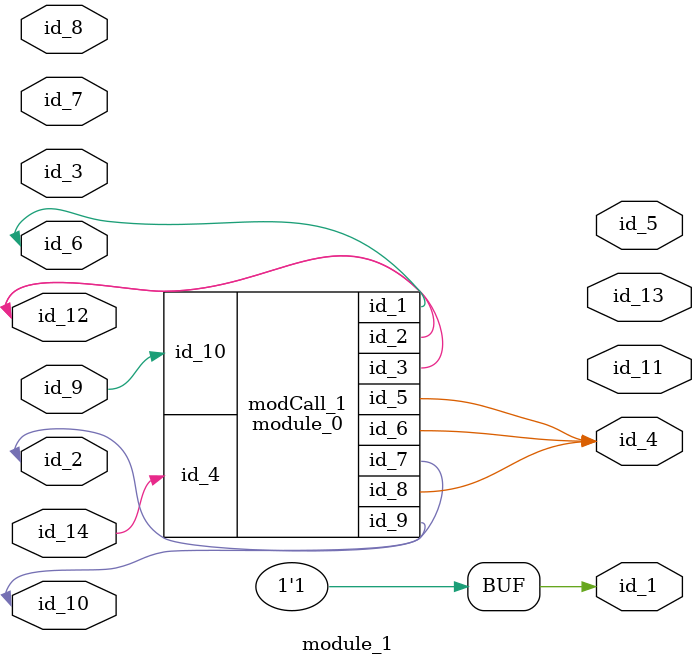
<source format=v>
module module_0 (
    id_1,
    id_2,
    id_3,
    id_4,
    id_5,
    id_6,
    id_7,
    id_8,
    id_9,
    id_10
);
  input wire id_10;
  output wire id_9;
  output wire id_8;
  output wire id_7;
  output wire id_6;
  output wire id_5;
  input wire id_4;
  inout wire id_3;
  inout wire id_2;
  inout wire id_1;
  assign id_5 = -id_1;
endmodule
module module_1 (
    id_1,
    id_2,
    id_3,
    id_4,
    id_5,
    id_6,
    id_7,
    id_8,
    id_9,
    id_10,
    id_11,
    id_12,
    id_13,
    id_14
);
  inout wire id_14;
  output wire id_13;
  inout wire id_12;
  output wire id_11;
  inout wire id_10;
  input wire id_9;
  input wire id_8;
  input wire id_7;
  inout wire id_6;
  output wire id_5;
  output wire id_4;
  inout wire id_3;
  inout wire id_2;
  output wire id_1;
  wire id_15;
  module_0 modCall_1 (
      id_6,
      id_12,
      id_12,
      id_14,
      id_4,
      id_4,
      id_2,
      id_4,
      id_10,
      id_9
  );
  always @(id_8) if ((1)) id_1 = #1 1;
endmodule

</source>
